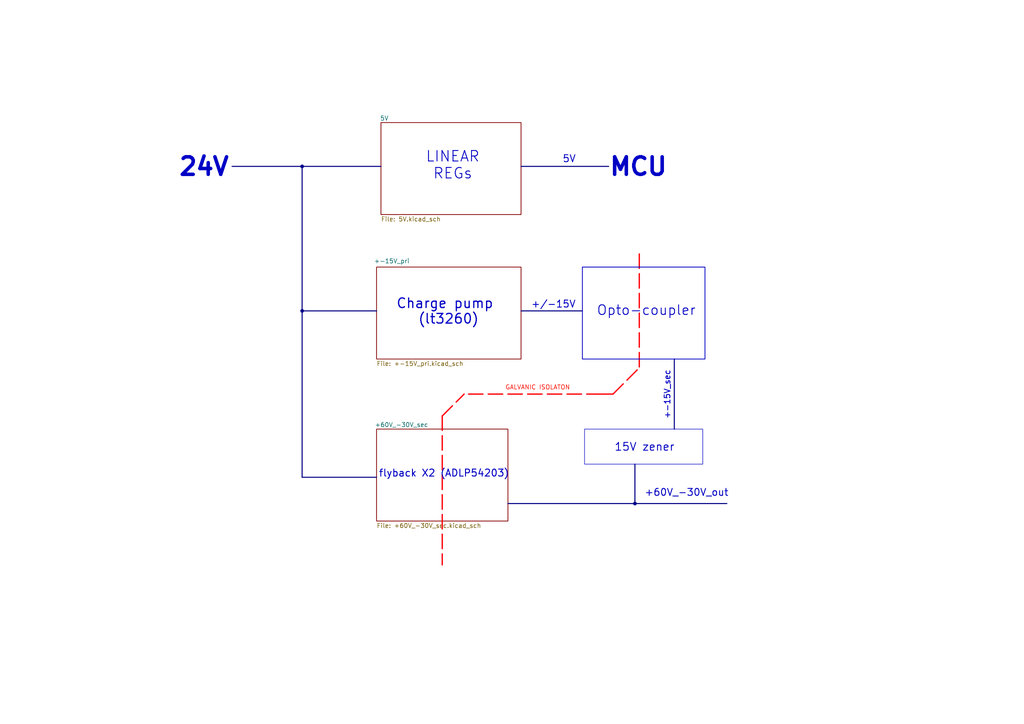
<source format=kicad_sch>
(kicad_sch
	(version 20250114)
	(generator "eeschema")
	(generator_version "9.0")
	(uuid "41f68583-7750-4b74-a26b-68c1e6d5dd9b")
	(paper "A4")
	(title_block
		(title "MANIP_PSU")
		(date "2025-10-25")
		(rev "1.0")
		(company "KN_NAMI - JS")
	)
	(lib_symbols)
	(rectangle
		(start 169.545 124.46)
		(end 203.835 134.62)
		(stroke
			(width 0)
			(type default)
		)
		(fill
			(type none)
		)
		(uuid 0d778a15-0f2c-4a52-9300-b43b80cd79ce)
	)
	(rectangle
		(start 168.91 77.47)
		(end 204.47 104.14)
		(stroke
			(width 0.2286)
			(type solid)
		)
		(fill
			(type none)
		)
		(uuid 48e02e61-036e-4724-ad8b-e9bf0fee709e)
	)
	(text "MCU"
		(exclude_from_sim no)
		(at 185.166 48.514 0)
		(effects
			(font
				(size 5.08 5.08)
				(thickness 1.016)
				(bold yes)
			)
		)
		(uuid "114538b9-5592-4bf7-a8b4-0b3d1b534b42")
	)
	(text "5V"
		(exclude_from_sim no)
		(at 165.1 46.228 0)
		(effects
			(font
				(size 2.032 2.032)
				(thickness 0.254)
				(bold yes)
			)
		)
		(uuid "1bd45cea-d630-402d-af11-ff892b9ace1a")
	)
	(text "+60V_-30V_out"
		(exclude_from_sim no)
		(at 199.136 143.002 0)
		(effects
			(font
				(size 2.032 2.032)
				(thickness 0.254)
				(bold yes)
			)
		)
		(uuid "1d53737f-6716-4524-876a-69a55553eec1")
	)
	(text "flyback X2 (ADLP54203)"
		(exclude_from_sim no)
		(at 128.778 137.414 0)
		(effects
			(font
				(size 2.032 2.032)
				(thickness 0.2699)
			)
		)
		(uuid "2056ddb1-fa53-4dc2-a88a-1816cc83db62")
	)
	(text "24V"
		(exclude_from_sim no)
		(at 59.182 48.514 0)
		(effects
			(font
				(size 5.08 5.08)
				(thickness 1.016)
				(bold yes)
			)
		)
		(uuid "3c3278c3-ad92-4ebe-8a71-c85a3437fe14")
	)
	(text "LINEAR\nREGs"
		(exclude_from_sim no)
		(at 131.318 48.006 0)
		(effects
			(font
				(size 3.048 3.048)
				(thickness 0.254)
				(bold yes)
			)
		)
		(uuid "4541f318-b652-4544-977b-3e62b60d851a")
	)
	(text "GALVANIC ISOLATON"
		(exclude_from_sim no)
		(at 155.956 112.522 0)
		(effects
			(font
				(size 1.27 1.27)
				(color 255 11 0 1)
			)
		)
		(uuid "b3cd44cf-20dd-40e5-b5bc-6ade89c59b8a")
	)
	(text "+-15V_sec"
		(exclude_from_sim no)
		(at 193.548 114.554 90)
		(effects
			(font
				(size 1.651 1.651)
				(thickness 0.254)
				(bold yes)
			)
		)
		(uuid "b88af748-c6f9-4198-ae7d-f08df12ffa8e")
	)
	(text "+/-15V"
		(exclude_from_sim no)
		(at 160.528 88.392 0)
		(effects
			(font
				(size 2.032 2.032)
				(thickness 0.254)
			)
		)
		(uuid "c3fec74c-5db2-48b0-93f5-9113d333d44e")
	)
	(text "Charge pump\n (lt3260)"
		(exclude_from_sim no)
		(at 129.032 90.424 0)
		(effects
			(font
				(size 2.794 2.794)
				(thickness 0.3493)
			)
		)
		(uuid "c5fa6c2e-7aec-4a3a-a5bd-04f849778af6")
	)
	(text "15V zener"
		(exclude_from_sim no)
		(at 186.944 129.794 0)
		(effects
			(font
				(size 2.286 2.286)
				(thickness 0.254)
				(bold yes)
			)
		)
		(uuid "ca1d1947-eea9-4393-9315-411d5ae5e1b6")
	)
	(text "Opto-coupler"
		(exclude_from_sim no)
		(at 187.452 90.17 0)
		(effects
			(font
				(size 2.794 2.794)
				(thickness 0.254)
				(bold yes)
			)
		)
		(uuid "cbd9c6ee-68d2-4256-852d-d2644aef07a5")
	)
	(junction
		(at 87.63 48.26)
		(diameter 0)
		(color 0 0 0 0)
		(uuid "54c69d9c-374e-4771-82ec-ddbcacd5b58f")
	)
	(junction
		(at 184.15 146.05)
		(diameter 0)
		(color 0 0 0 0)
		(uuid "d259de2f-9b83-4a78-8080-57f7b6c9dd2f")
	)
	(junction
		(at 87.63 90.17)
		(diameter 0)
		(color 0 0 0 0)
		(uuid "e58a21bb-bdf9-4211-8abb-92466a8c0ba9")
	)
	(bus
		(pts
			(xy 184.15 146.05) (xy 210.82 146.05)
		)
		(stroke
			(width 0)
			(type default)
		)
		(uuid "1693550e-2fb2-4841-8c6f-ac31d95bc08a")
	)
	(bus
		(pts
			(xy 87.63 90.17) (xy 87.63 138.43)
		)
		(stroke
			(width 0)
			(type default)
		)
		(uuid "37f8d041-b36a-4c81-99bc-32d5fd955886")
	)
	(bus
		(pts
			(xy 147.32 146.05) (xy 184.15 146.05)
		)
		(stroke
			(width 0)
			(type default)
		)
		(uuid "4047dee1-c187-48b9-8bb9-53a7981a6bb9")
	)
	(bus
		(pts
			(xy 87.63 48.26) (xy 110.49 48.26)
		)
		(stroke
			(width 0)
			(type default)
		)
		(uuid "4e57a315-b92a-4806-8427-4738be255f8f")
	)
	(bus
		(pts
			(xy 151.13 48.26) (xy 176.53 48.26)
		)
		(stroke
			(width 0)
			(type default)
		)
		(uuid "5a1de591-d476-454a-91a6-79d4bc3dc9e1")
	)
	(bus
		(pts
			(xy 87.63 48.26) (xy 87.63 90.17)
		)
		(stroke
			(width 0)
			(type default)
		)
		(uuid "616bed63-e605-4522-9957-f7af39e32443")
	)
	(polyline
		(pts
			(xy 128.27 120.65) (xy 134.62 114.3)
		)
		(stroke
			(width 0.381)
			(type dash)
			(color 255 0 7 1)
		)
		(uuid "6395f2a0-188b-480b-86e1-7625d90ef91b")
	)
	(polyline
		(pts
			(xy 135.89 114.3) (xy 173.99 114.3)
		)
		(stroke
			(width 0.381)
			(type dash)
			(color 255 0 7 1)
		)
		(uuid "6945f8c9-83ce-4d66-b2fc-fbbb927e7939")
	)
	(bus
		(pts
			(xy 195.58 104.14) (xy 195.58 124.46)
		)
		(stroke
			(width 0)
			(type default)
		)
		(uuid "72e7bc5b-d1bb-41f1-a6dc-3c6dd1bb38b4")
	)
	(polyline
		(pts
			(xy 177.8 114.3) (xy 185.42 106.68)
		)
		(stroke
			(width 0.381)
			(type dash)
			(color 255 0 7 1)
		)
		(uuid "813b5a01-62a4-4f74-b676-539b664629b9")
	)
	(polyline
		(pts
			(xy 185.42 73.66) (xy 185.42 106.68)
		)
		(stroke
			(width 0.381)
			(type dash)
			(color 255 0 7 1)
		)
		(uuid "998c807f-fdaa-4c52-97d3-280f7e2f05c6")
	)
	(bus
		(pts
			(xy 151.13 90.17) (xy 168.91 90.17)
		)
		(stroke
			(width 0)
			(type default)
		)
		(uuid "9f39d5b2-9b6c-4747-9784-c26fca1e63d9")
	)
	(bus
		(pts
			(xy 67.31 48.26) (xy 87.63 48.26)
		)
		(stroke
			(width 0)
			(type default)
		)
		(uuid "ac794f2f-7a38-4bc6-bdce-f397f90d87e2")
	)
	(bus
		(pts
			(xy 87.63 138.43) (xy 109.22 138.43)
		)
		(stroke
			(width 0)
			(type default)
		)
		(uuid "cb6bc101-ff6f-4ad5-ad74-a650f2cfdc62")
	)
	(polyline
		(pts
			(xy 128.27 120.65) (xy 128.27 163.83)
		)
		(stroke
			(width 0.381)
			(type dash)
			(color 255 0 7 1)
		)
		(uuid "dab98a65-1dc0-4f12-bbc0-4afc5c697387")
	)
	(bus
		(pts
			(xy 87.63 90.17) (xy 109.22 90.17)
		)
		(stroke
			(width 0)
			(type default)
		)
		(uuid "de0b7c05-2877-40d7-a7f9-f354419e1c0a")
	)
	(polyline
		(pts
			(xy 173.99 114.3) (xy 177.8 114.3)
		)
		(stroke
			(width 0.381)
			(type dash)
			(color 255 0 7 1)
		)
		(uuid "df20d823-d427-4e8f-998f-3d33808293d8")
	)
	(bus
		(pts
			(xy 184.15 134.62) (xy 184.15 146.05)
		)
		(stroke
			(width 0)
			(type default)
		)
		(uuid "f3851542-b9ea-4ca7-956b-bf1e25e93939")
	)
	(sheet
		(at 110.49 35.56)
		(size 40.64 26.67)
		(exclude_from_sim no)
		(in_bom yes)
		(on_board yes)
		(dnp no)
		(stroke
			(width 0.1524)
			(type solid)
		)
		(fill
			(color 0 0 0 0.0000)
		)
		(uuid "a0f9a020-68df-4158-8263-f65972a64eca")
		(property "Sheetname" "5V"
			(at 110.236 35.052 0)
			(effects
				(font
					(size 1.27 1.27)
				)
				(justify left bottom)
			)
		)
		(property "Sheetfile" "5V.kicad_sch"
			(at 110.49 62.8146 0)
			(effects
				(font
					(size 1.27 1.27)
				)
				(justify left top)
			)
		)
		(instances
			(project "Nanopozycjoner_Power_Supply"
				(path "/41f68583-7750-4b74-a26b-68c1e6d5dd9b"
					(page "2")
				)
			)
		)
	)
	(sheet
		(at 109.22 124.46)
		(size 38.1 26.67)
		(exclude_from_sim no)
		(in_bom yes)
		(on_board yes)
		(dnp no)
		(stroke
			(width 0.1524)
			(type solid)
		)
		(fill
			(color 0 0 0 0.0000)
		)
		(uuid "a7377b71-b9d5-4958-ab1c-d9a8426505e1")
		(property "Sheetname" "+60V_-30V_sec"
			(at 108.712 123.952 0)
			(effects
				(font
					(size 1.27 1.27)
				)
				(justify left bottom)
			)
		)
		(property "Sheetfile" "+60V_-30V_sec.kicad_sch"
			(at 109.22 151.7146 0)
			(effects
				(font
					(size 1.27 1.27)
				)
				(justify left top)
			)
		)
		(property "Field2" ""
			(at 109.22 124.46 0)
			(effects
				(font
					(size 1.27 1.27)
				)
			)
		)
		(instances
			(project "Nanopozycjoner_Power_Supply"
				(path "/41f68583-7750-4b74-a26b-68c1e6d5dd9b"
					(page "4")
				)
			)
		)
	)
	(sheet
		(at 109.22 77.47)
		(size 41.91 26.67)
		(exclude_from_sim no)
		(in_bom yes)
		(on_board yes)
		(dnp no)
		(stroke
			(width 0.1524)
			(type solid)
		)
		(fill
			(color 0 0 0 0.0000)
		)
		(uuid "ba82f417-cd94-4294-a988-f461f1e7f3c2")
		(property "Sheetname" "+-15V_pri"
			(at 108.458 76.454 0)
			(effects
				(font
					(size 1.27 1.27)
				)
				(justify left bottom)
			)
		)
		(property "Sheetfile" "+-15V_pri.kicad_sch"
			(at 109.22 104.7246 0)
			(effects
				(font
					(size 1.27 1.27)
				)
				(justify left top)
			)
		)
		(instances
			(project "Nanopozycjoner_Power_Supply"
				(path "/41f68583-7750-4b74-a26b-68c1e6d5dd9b"
					(page "3")
				)
			)
		)
	)
	(sheet_instances
		(path "/"
			(page "1")
		)
	)
	(embedded_fonts no)
)

</source>
